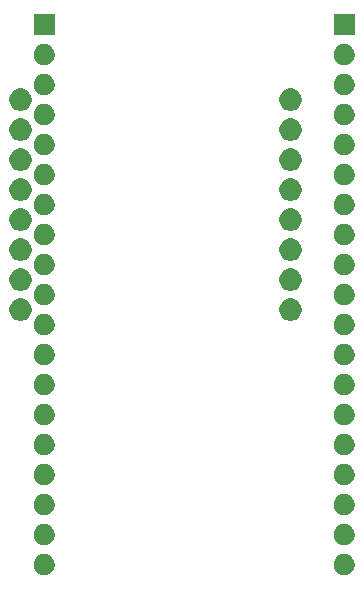
<source format=gbr>
G04 #@! TF.GenerationSoftware,KiCad,Pcbnew,(5.1.5-0-10_14)*
G04 #@! TF.CreationDate,2020-06-17T20:55:43+02:00*
G04 #@! TF.ProjectId,WEMOS_Adapter,57454d4f-535f-4416-9461-707465722e6b,rev?*
G04 #@! TF.SameCoordinates,Original*
G04 #@! TF.FileFunction,Soldermask,Top*
G04 #@! TF.FilePolarity,Negative*
%FSLAX46Y46*%
G04 Gerber Fmt 4.6, Leading zero omitted, Abs format (unit mm)*
G04 Created by KiCad (PCBNEW (5.1.5-0-10_14)) date 2020-06-17 20:55:43*
%MOMM*%
%LPD*%
G04 APERTURE LIST*
%ADD10C,0.100000*%
G04 APERTURE END LIST*
D10*
G36*
X71233512Y-75303927D02*
G01*
X71382812Y-75333624D01*
X71546784Y-75401544D01*
X71694354Y-75500147D01*
X71819853Y-75625646D01*
X71918456Y-75773216D01*
X71986376Y-75937188D01*
X72021000Y-76111259D01*
X72021000Y-76288741D01*
X71986376Y-76462812D01*
X71918456Y-76626784D01*
X71819853Y-76774354D01*
X71694354Y-76899853D01*
X71546784Y-76998456D01*
X71382812Y-77066376D01*
X71233512Y-77096073D01*
X71208742Y-77101000D01*
X71031258Y-77101000D01*
X71006488Y-77096073D01*
X70857188Y-77066376D01*
X70693216Y-76998456D01*
X70545646Y-76899853D01*
X70420147Y-76774354D01*
X70321544Y-76626784D01*
X70253624Y-76462812D01*
X70219000Y-76288741D01*
X70219000Y-76111259D01*
X70253624Y-75937188D01*
X70321544Y-75773216D01*
X70420147Y-75625646D01*
X70545646Y-75500147D01*
X70693216Y-75401544D01*
X70857188Y-75333624D01*
X71006488Y-75303927D01*
X71031258Y-75299000D01*
X71208742Y-75299000D01*
X71233512Y-75303927D01*
G37*
G36*
X45833512Y-75303927D02*
G01*
X45982812Y-75333624D01*
X46146784Y-75401544D01*
X46294354Y-75500147D01*
X46419853Y-75625646D01*
X46518456Y-75773216D01*
X46586376Y-75937188D01*
X46621000Y-76111259D01*
X46621000Y-76288741D01*
X46586376Y-76462812D01*
X46518456Y-76626784D01*
X46419853Y-76774354D01*
X46294354Y-76899853D01*
X46146784Y-76998456D01*
X45982812Y-77066376D01*
X45833512Y-77096073D01*
X45808742Y-77101000D01*
X45631258Y-77101000D01*
X45606488Y-77096073D01*
X45457188Y-77066376D01*
X45293216Y-76998456D01*
X45145646Y-76899853D01*
X45020147Y-76774354D01*
X44921544Y-76626784D01*
X44853624Y-76462812D01*
X44819000Y-76288741D01*
X44819000Y-76111259D01*
X44853624Y-75937188D01*
X44921544Y-75773216D01*
X45020147Y-75625646D01*
X45145646Y-75500147D01*
X45293216Y-75401544D01*
X45457188Y-75333624D01*
X45606488Y-75303927D01*
X45631258Y-75299000D01*
X45808742Y-75299000D01*
X45833512Y-75303927D01*
G37*
G36*
X71233512Y-72763927D02*
G01*
X71382812Y-72793624D01*
X71546784Y-72861544D01*
X71694354Y-72960147D01*
X71819853Y-73085646D01*
X71918456Y-73233216D01*
X71986376Y-73397188D01*
X72021000Y-73571259D01*
X72021000Y-73748741D01*
X71986376Y-73922812D01*
X71918456Y-74086784D01*
X71819853Y-74234354D01*
X71694354Y-74359853D01*
X71546784Y-74458456D01*
X71382812Y-74526376D01*
X71233512Y-74556073D01*
X71208742Y-74561000D01*
X71031258Y-74561000D01*
X71006488Y-74556073D01*
X70857188Y-74526376D01*
X70693216Y-74458456D01*
X70545646Y-74359853D01*
X70420147Y-74234354D01*
X70321544Y-74086784D01*
X70253624Y-73922812D01*
X70219000Y-73748741D01*
X70219000Y-73571259D01*
X70253624Y-73397188D01*
X70321544Y-73233216D01*
X70420147Y-73085646D01*
X70545646Y-72960147D01*
X70693216Y-72861544D01*
X70857188Y-72793624D01*
X71006488Y-72763927D01*
X71031258Y-72759000D01*
X71208742Y-72759000D01*
X71233512Y-72763927D01*
G37*
G36*
X45833512Y-72763927D02*
G01*
X45982812Y-72793624D01*
X46146784Y-72861544D01*
X46294354Y-72960147D01*
X46419853Y-73085646D01*
X46518456Y-73233216D01*
X46586376Y-73397188D01*
X46621000Y-73571259D01*
X46621000Y-73748741D01*
X46586376Y-73922812D01*
X46518456Y-74086784D01*
X46419853Y-74234354D01*
X46294354Y-74359853D01*
X46146784Y-74458456D01*
X45982812Y-74526376D01*
X45833512Y-74556073D01*
X45808742Y-74561000D01*
X45631258Y-74561000D01*
X45606488Y-74556073D01*
X45457188Y-74526376D01*
X45293216Y-74458456D01*
X45145646Y-74359853D01*
X45020147Y-74234354D01*
X44921544Y-74086784D01*
X44853624Y-73922812D01*
X44819000Y-73748741D01*
X44819000Y-73571259D01*
X44853624Y-73397188D01*
X44921544Y-73233216D01*
X45020147Y-73085646D01*
X45145646Y-72960147D01*
X45293216Y-72861544D01*
X45457188Y-72793624D01*
X45606488Y-72763927D01*
X45631258Y-72759000D01*
X45808742Y-72759000D01*
X45833512Y-72763927D01*
G37*
G36*
X45833512Y-70223927D02*
G01*
X45982812Y-70253624D01*
X46146784Y-70321544D01*
X46294354Y-70420147D01*
X46419853Y-70545646D01*
X46518456Y-70693216D01*
X46586376Y-70857188D01*
X46621000Y-71031259D01*
X46621000Y-71208741D01*
X46586376Y-71382812D01*
X46518456Y-71546784D01*
X46419853Y-71694354D01*
X46294354Y-71819853D01*
X46146784Y-71918456D01*
X45982812Y-71986376D01*
X45833512Y-72016073D01*
X45808742Y-72021000D01*
X45631258Y-72021000D01*
X45606488Y-72016073D01*
X45457188Y-71986376D01*
X45293216Y-71918456D01*
X45145646Y-71819853D01*
X45020147Y-71694354D01*
X44921544Y-71546784D01*
X44853624Y-71382812D01*
X44819000Y-71208741D01*
X44819000Y-71031259D01*
X44853624Y-70857188D01*
X44921544Y-70693216D01*
X45020147Y-70545646D01*
X45145646Y-70420147D01*
X45293216Y-70321544D01*
X45457188Y-70253624D01*
X45606488Y-70223927D01*
X45631258Y-70219000D01*
X45808742Y-70219000D01*
X45833512Y-70223927D01*
G37*
G36*
X71233512Y-70223927D02*
G01*
X71382812Y-70253624D01*
X71546784Y-70321544D01*
X71694354Y-70420147D01*
X71819853Y-70545646D01*
X71918456Y-70693216D01*
X71986376Y-70857188D01*
X72021000Y-71031259D01*
X72021000Y-71208741D01*
X71986376Y-71382812D01*
X71918456Y-71546784D01*
X71819853Y-71694354D01*
X71694354Y-71819853D01*
X71546784Y-71918456D01*
X71382812Y-71986376D01*
X71233512Y-72016073D01*
X71208742Y-72021000D01*
X71031258Y-72021000D01*
X71006488Y-72016073D01*
X70857188Y-71986376D01*
X70693216Y-71918456D01*
X70545646Y-71819853D01*
X70420147Y-71694354D01*
X70321544Y-71546784D01*
X70253624Y-71382812D01*
X70219000Y-71208741D01*
X70219000Y-71031259D01*
X70253624Y-70857188D01*
X70321544Y-70693216D01*
X70420147Y-70545646D01*
X70545646Y-70420147D01*
X70693216Y-70321544D01*
X70857188Y-70253624D01*
X71006488Y-70223927D01*
X71031258Y-70219000D01*
X71208742Y-70219000D01*
X71233512Y-70223927D01*
G37*
G36*
X45833512Y-67683927D02*
G01*
X45982812Y-67713624D01*
X46146784Y-67781544D01*
X46294354Y-67880147D01*
X46419853Y-68005646D01*
X46518456Y-68153216D01*
X46586376Y-68317188D01*
X46621000Y-68491259D01*
X46621000Y-68668741D01*
X46586376Y-68842812D01*
X46518456Y-69006784D01*
X46419853Y-69154354D01*
X46294354Y-69279853D01*
X46146784Y-69378456D01*
X45982812Y-69446376D01*
X45833512Y-69476073D01*
X45808742Y-69481000D01*
X45631258Y-69481000D01*
X45606488Y-69476073D01*
X45457188Y-69446376D01*
X45293216Y-69378456D01*
X45145646Y-69279853D01*
X45020147Y-69154354D01*
X44921544Y-69006784D01*
X44853624Y-68842812D01*
X44819000Y-68668741D01*
X44819000Y-68491259D01*
X44853624Y-68317188D01*
X44921544Y-68153216D01*
X45020147Y-68005646D01*
X45145646Y-67880147D01*
X45293216Y-67781544D01*
X45457188Y-67713624D01*
X45606488Y-67683927D01*
X45631258Y-67679000D01*
X45808742Y-67679000D01*
X45833512Y-67683927D01*
G37*
G36*
X71233512Y-67683927D02*
G01*
X71382812Y-67713624D01*
X71546784Y-67781544D01*
X71694354Y-67880147D01*
X71819853Y-68005646D01*
X71918456Y-68153216D01*
X71986376Y-68317188D01*
X72021000Y-68491259D01*
X72021000Y-68668741D01*
X71986376Y-68842812D01*
X71918456Y-69006784D01*
X71819853Y-69154354D01*
X71694354Y-69279853D01*
X71546784Y-69378456D01*
X71382812Y-69446376D01*
X71233512Y-69476073D01*
X71208742Y-69481000D01*
X71031258Y-69481000D01*
X71006488Y-69476073D01*
X70857188Y-69446376D01*
X70693216Y-69378456D01*
X70545646Y-69279853D01*
X70420147Y-69154354D01*
X70321544Y-69006784D01*
X70253624Y-68842812D01*
X70219000Y-68668741D01*
X70219000Y-68491259D01*
X70253624Y-68317188D01*
X70321544Y-68153216D01*
X70420147Y-68005646D01*
X70545646Y-67880147D01*
X70693216Y-67781544D01*
X70857188Y-67713624D01*
X71006488Y-67683927D01*
X71031258Y-67679000D01*
X71208742Y-67679000D01*
X71233512Y-67683927D01*
G37*
G36*
X45833512Y-65143927D02*
G01*
X45982812Y-65173624D01*
X46146784Y-65241544D01*
X46294354Y-65340147D01*
X46419853Y-65465646D01*
X46518456Y-65613216D01*
X46586376Y-65777188D01*
X46621000Y-65951259D01*
X46621000Y-66128741D01*
X46586376Y-66302812D01*
X46518456Y-66466784D01*
X46419853Y-66614354D01*
X46294354Y-66739853D01*
X46146784Y-66838456D01*
X45982812Y-66906376D01*
X45833512Y-66936073D01*
X45808742Y-66941000D01*
X45631258Y-66941000D01*
X45606488Y-66936073D01*
X45457188Y-66906376D01*
X45293216Y-66838456D01*
X45145646Y-66739853D01*
X45020147Y-66614354D01*
X44921544Y-66466784D01*
X44853624Y-66302812D01*
X44819000Y-66128741D01*
X44819000Y-65951259D01*
X44853624Y-65777188D01*
X44921544Y-65613216D01*
X45020147Y-65465646D01*
X45145646Y-65340147D01*
X45293216Y-65241544D01*
X45457188Y-65173624D01*
X45606488Y-65143927D01*
X45631258Y-65139000D01*
X45808742Y-65139000D01*
X45833512Y-65143927D01*
G37*
G36*
X71233512Y-65143927D02*
G01*
X71382812Y-65173624D01*
X71546784Y-65241544D01*
X71694354Y-65340147D01*
X71819853Y-65465646D01*
X71918456Y-65613216D01*
X71986376Y-65777188D01*
X72021000Y-65951259D01*
X72021000Y-66128741D01*
X71986376Y-66302812D01*
X71918456Y-66466784D01*
X71819853Y-66614354D01*
X71694354Y-66739853D01*
X71546784Y-66838456D01*
X71382812Y-66906376D01*
X71233512Y-66936073D01*
X71208742Y-66941000D01*
X71031258Y-66941000D01*
X71006488Y-66936073D01*
X70857188Y-66906376D01*
X70693216Y-66838456D01*
X70545646Y-66739853D01*
X70420147Y-66614354D01*
X70321544Y-66466784D01*
X70253624Y-66302812D01*
X70219000Y-66128741D01*
X70219000Y-65951259D01*
X70253624Y-65777188D01*
X70321544Y-65613216D01*
X70420147Y-65465646D01*
X70545646Y-65340147D01*
X70693216Y-65241544D01*
X70857188Y-65173624D01*
X71006488Y-65143927D01*
X71031258Y-65139000D01*
X71208742Y-65139000D01*
X71233512Y-65143927D01*
G37*
G36*
X45833512Y-62603927D02*
G01*
X45982812Y-62633624D01*
X46146784Y-62701544D01*
X46294354Y-62800147D01*
X46419853Y-62925646D01*
X46518456Y-63073216D01*
X46586376Y-63237188D01*
X46621000Y-63411259D01*
X46621000Y-63588741D01*
X46586376Y-63762812D01*
X46518456Y-63926784D01*
X46419853Y-64074354D01*
X46294354Y-64199853D01*
X46146784Y-64298456D01*
X45982812Y-64366376D01*
X45833512Y-64396073D01*
X45808742Y-64401000D01*
X45631258Y-64401000D01*
X45606488Y-64396073D01*
X45457188Y-64366376D01*
X45293216Y-64298456D01*
X45145646Y-64199853D01*
X45020147Y-64074354D01*
X44921544Y-63926784D01*
X44853624Y-63762812D01*
X44819000Y-63588741D01*
X44819000Y-63411259D01*
X44853624Y-63237188D01*
X44921544Y-63073216D01*
X45020147Y-62925646D01*
X45145646Y-62800147D01*
X45293216Y-62701544D01*
X45457188Y-62633624D01*
X45606488Y-62603927D01*
X45631258Y-62599000D01*
X45808742Y-62599000D01*
X45833512Y-62603927D01*
G37*
G36*
X71233512Y-62603927D02*
G01*
X71382812Y-62633624D01*
X71546784Y-62701544D01*
X71694354Y-62800147D01*
X71819853Y-62925646D01*
X71918456Y-63073216D01*
X71986376Y-63237188D01*
X72021000Y-63411259D01*
X72021000Y-63588741D01*
X71986376Y-63762812D01*
X71918456Y-63926784D01*
X71819853Y-64074354D01*
X71694354Y-64199853D01*
X71546784Y-64298456D01*
X71382812Y-64366376D01*
X71233512Y-64396073D01*
X71208742Y-64401000D01*
X71031258Y-64401000D01*
X71006488Y-64396073D01*
X70857188Y-64366376D01*
X70693216Y-64298456D01*
X70545646Y-64199853D01*
X70420147Y-64074354D01*
X70321544Y-63926784D01*
X70253624Y-63762812D01*
X70219000Y-63588741D01*
X70219000Y-63411259D01*
X70253624Y-63237188D01*
X70321544Y-63073216D01*
X70420147Y-62925646D01*
X70545646Y-62800147D01*
X70693216Y-62701544D01*
X70857188Y-62633624D01*
X71006488Y-62603927D01*
X71031258Y-62599000D01*
X71208742Y-62599000D01*
X71233512Y-62603927D01*
G37*
G36*
X45833512Y-60063927D02*
G01*
X45982812Y-60093624D01*
X46146784Y-60161544D01*
X46294354Y-60260147D01*
X46419853Y-60385646D01*
X46518456Y-60533216D01*
X46586376Y-60697188D01*
X46621000Y-60871259D01*
X46621000Y-61048741D01*
X46586376Y-61222812D01*
X46518456Y-61386784D01*
X46419853Y-61534354D01*
X46294354Y-61659853D01*
X46146784Y-61758456D01*
X45982812Y-61826376D01*
X45833512Y-61856073D01*
X45808742Y-61861000D01*
X45631258Y-61861000D01*
X45606488Y-61856073D01*
X45457188Y-61826376D01*
X45293216Y-61758456D01*
X45145646Y-61659853D01*
X45020147Y-61534354D01*
X44921544Y-61386784D01*
X44853624Y-61222812D01*
X44819000Y-61048741D01*
X44819000Y-60871259D01*
X44853624Y-60697188D01*
X44921544Y-60533216D01*
X45020147Y-60385646D01*
X45145646Y-60260147D01*
X45293216Y-60161544D01*
X45457188Y-60093624D01*
X45606488Y-60063927D01*
X45631258Y-60059000D01*
X45808742Y-60059000D01*
X45833512Y-60063927D01*
G37*
G36*
X71233512Y-60063927D02*
G01*
X71382812Y-60093624D01*
X71546784Y-60161544D01*
X71694354Y-60260147D01*
X71819853Y-60385646D01*
X71918456Y-60533216D01*
X71986376Y-60697188D01*
X72021000Y-60871259D01*
X72021000Y-61048741D01*
X71986376Y-61222812D01*
X71918456Y-61386784D01*
X71819853Y-61534354D01*
X71694354Y-61659853D01*
X71546784Y-61758456D01*
X71382812Y-61826376D01*
X71233512Y-61856073D01*
X71208742Y-61861000D01*
X71031258Y-61861000D01*
X71006488Y-61856073D01*
X70857188Y-61826376D01*
X70693216Y-61758456D01*
X70545646Y-61659853D01*
X70420147Y-61534354D01*
X70321544Y-61386784D01*
X70253624Y-61222812D01*
X70219000Y-61048741D01*
X70219000Y-60871259D01*
X70253624Y-60697188D01*
X70321544Y-60533216D01*
X70420147Y-60385646D01*
X70545646Y-60260147D01*
X70693216Y-60161544D01*
X70857188Y-60093624D01*
X71006488Y-60063927D01*
X71031258Y-60059000D01*
X71208742Y-60059000D01*
X71233512Y-60063927D01*
G37*
G36*
X71233512Y-57523927D02*
G01*
X71382812Y-57553624D01*
X71546784Y-57621544D01*
X71694354Y-57720147D01*
X71819853Y-57845646D01*
X71918456Y-57993216D01*
X71986376Y-58157188D01*
X72021000Y-58331259D01*
X72021000Y-58508741D01*
X71986376Y-58682812D01*
X71918456Y-58846784D01*
X71819853Y-58994354D01*
X71694354Y-59119853D01*
X71546784Y-59218456D01*
X71382812Y-59286376D01*
X71233512Y-59316073D01*
X71208742Y-59321000D01*
X71031258Y-59321000D01*
X71006488Y-59316073D01*
X70857188Y-59286376D01*
X70693216Y-59218456D01*
X70545646Y-59119853D01*
X70420147Y-58994354D01*
X70321544Y-58846784D01*
X70253624Y-58682812D01*
X70219000Y-58508741D01*
X70219000Y-58331259D01*
X70253624Y-58157188D01*
X70321544Y-57993216D01*
X70420147Y-57845646D01*
X70545646Y-57720147D01*
X70693216Y-57621544D01*
X70857188Y-57553624D01*
X71006488Y-57523927D01*
X71031258Y-57519000D01*
X71208742Y-57519000D01*
X71233512Y-57523927D01*
G37*
G36*
X45833512Y-57523927D02*
G01*
X45982812Y-57553624D01*
X46146784Y-57621544D01*
X46294354Y-57720147D01*
X46419853Y-57845646D01*
X46518456Y-57993216D01*
X46586376Y-58157188D01*
X46621000Y-58331259D01*
X46621000Y-58508741D01*
X46586376Y-58682812D01*
X46518456Y-58846784D01*
X46419853Y-58994354D01*
X46294354Y-59119853D01*
X46146784Y-59218456D01*
X45982812Y-59286376D01*
X45833512Y-59316073D01*
X45808742Y-59321000D01*
X45631258Y-59321000D01*
X45606488Y-59316073D01*
X45457188Y-59286376D01*
X45293216Y-59218456D01*
X45145646Y-59119853D01*
X45020147Y-58994354D01*
X44921544Y-58846784D01*
X44853624Y-58682812D01*
X44819000Y-58508741D01*
X44819000Y-58331259D01*
X44853624Y-58157188D01*
X44921544Y-57993216D01*
X45020147Y-57845646D01*
X45145646Y-57720147D01*
X45293216Y-57621544D01*
X45457188Y-57553624D01*
X45606488Y-57523927D01*
X45631258Y-57519000D01*
X45808742Y-57519000D01*
X45833512Y-57523927D01*
G37*
G36*
X45833512Y-54983927D02*
G01*
X45982812Y-55013624D01*
X46146784Y-55081544D01*
X46294354Y-55180147D01*
X46419853Y-55305646D01*
X46518456Y-55453216D01*
X46586376Y-55617188D01*
X46621000Y-55791259D01*
X46621000Y-55968741D01*
X46586376Y-56142812D01*
X46518456Y-56306784D01*
X46419853Y-56454354D01*
X46294354Y-56579853D01*
X46146784Y-56678456D01*
X45982812Y-56746376D01*
X45833512Y-56776073D01*
X45808742Y-56781000D01*
X45631258Y-56781000D01*
X45606488Y-56776073D01*
X45457188Y-56746376D01*
X45293216Y-56678456D01*
X45145646Y-56579853D01*
X45020147Y-56454354D01*
X44921544Y-56306784D01*
X44853624Y-56142812D01*
X44819000Y-55968741D01*
X44819000Y-55791259D01*
X44853624Y-55617188D01*
X44921544Y-55453216D01*
X45020147Y-55305646D01*
X45145646Y-55180147D01*
X45293216Y-55081544D01*
X45457188Y-55013624D01*
X45606488Y-54983927D01*
X45631258Y-54979000D01*
X45808742Y-54979000D01*
X45833512Y-54983927D01*
G37*
G36*
X71233512Y-54983927D02*
G01*
X71382812Y-55013624D01*
X71546784Y-55081544D01*
X71694354Y-55180147D01*
X71819853Y-55305646D01*
X71918456Y-55453216D01*
X71986376Y-55617188D01*
X72021000Y-55791259D01*
X72021000Y-55968741D01*
X71986376Y-56142812D01*
X71918456Y-56306784D01*
X71819853Y-56454354D01*
X71694354Y-56579853D01*
X71546784Y-56678456D01*
X71382812Y-56746376D01*
X71233512Y-56776073D01*
X71208742Y-56781000D01*
X71031258Y-56781000D01*
X71006488Y-56776073D01*
X70857188Y-56746376D01*
X70693216Y-56678456D01*
X70545646Y-56579853D01*
X70420147Y-56454354D01*
X70321544Y-56306784D01*
X70253624Y-56142812D01*
X70219000Y-55968741D01*
X70219000Y-55791259D01*
X70253624Y-55617188D01*
X70321544Y-55453216D01*
X70420147Y-55305646D01*
X70545646Y-55180147D01*
X70693216Y-55081544D01*
X70857188Y-55013624D01*
X71006488Y-54983927D01*
X71031258Y-54979000D01*
X71208742Y-54979000D01*
X71233512Y-54983927D01*
G37*
G36*
X43990795Y-53695546D02*
G01*
X44163866Y-53767234D01*
X44163867Y-53767235D01*
X44319627Y-53871310D01*
X44452090Y-54003773D01*
X44452091Y-54003775D01*
X44556166Y-54159534D01*
X44627854Y-54332605D01*
X44664400Y-54516333D01*
X44664400Y-54703667D01*
X44627854Y-54887395D01*
X44556166Y-55060466D01*
X44556165Y-55060467D01*
X44452090Y-55216227D01*
X44319627Y-55348690D01*
X44241218Y-55401081D01*
X44163866Y-55452766D01*
X43990795Y-55524454D01*
X43807067Y-55561000D01*
X43619733Y-55561000D01*
X43436005Y-55524454D01*
X43262934Y-55452766D01*
X43185582Y-55401081D01*
X43107173Y-55348690D01*
X42974710Y-55216227D01*
X42870635Y-55060467D01*
X42870634Y-55060466D01*
X42798946Y-54887395D01*
X42762400Y-54703667D01*
X42762400Y-54516333D01*
X42798946Y-54332605D01*
X42870634Y-54159534D01*
X42974709Y-54003775D01*
X42974710Y-54003773D01*
X43107173Y-53871310D01*
X43262933Y-53767235D01*
X43262934Y-53767234D01*
X43436005Y-53695546D01*
X43619733Y-53659000D01*
X43807067Y-53659000D01*
X43990795Y-53695546D01*
G37*
G36*
X66850795Y-53695546D02*
G01*
X67023866Y-53767234D01*
X67023867Y-53767235D01*
X67179627Y-53871310D01*
X67312090Y-54003773D01*
X67312091Y-54003775D01*
X67416166Y-54159534D01*
X67487854Y-54332605D01*
X67524400Y-54516333D01*
X67524400Y-54703667D01*
X67487854Y-54887395D01*
X67416166Y-55060466D01*
X67416165Y-55060467D01*
X67312090Y-55216227D01*
X67179627Y-55348690D01*
X67101218Y-55401081D01*
X67023866Y-55452766D01*
X66850795Y-55524454D01*
X66667067Y-55561000D01*
X66479733Y-55561000D01*
X66296005Y-55524454D01*
X66122934Y-55452766D01*
X66045582Y-55401081D01*
X65967173Y-55348690D01*
X65834710Y-55216227D01*
X65730635Y-55060467D01*
X65730634Y-55060466D01*
X65658946Y-54887395D01*
X65622400Y-54703667D01*
X65622400Y-54516333D01*
X65658946Y-54332605D01*
X65730634Y-54159534D01*
X65834709Y-54003775D01*
X65834710Y-54003773D01*
X65967173Y-53871310D01*
X66122933Y-53767235D01*
X66122934Y-53767234D01*
X66296005Y-53695546D01*
X66479733Y-53659000D01*
X66667067Y-53659000D01*
X66850795Y-53695546D01*
G37*
G36*
X45833512Y-52443927D02*
G01*
X45982812Y-52473624D01*
X46146784Y-52541544D01*
X46294354Y-52640147D01*
X46419853Y-52765646D01*
X46518456Y-52913216D01*
X46586376Y-53077188D01*
X46621000Y-53251259D01*
X46621000Y-53428741D01*
X46586376Y-53602812D01*
X46518456Y-53766784D01*
X46419853Y-53914354D01*
X46294354Y-54039853D01*
X46146784Y-54138456D01*
X45982812Y-54206376D01*
X45833512Y-54236073D01*
X45808742Y-54241000D01*
X45631258Y-54241000D01*
X45606488Y-54236073D01*
X45457188Y-54206376D01*
X45293216Y-54138456D01*
X45145646Y-54039853D01*
X45020147Y-53914354D01*
X44921544Y-53766784D01*
X44853624Y-53602812D01*
X44819000Y-53428741D01*
X44819000Y-53251259D01*
X44853624Y-53077188D01*
X44921544Y-52913216D01*
X45020147Y-52765646D01*
X45145646Y-52640147D01*
X45293216Y-52541544D01*
X45457188Y-52473624D01*
X45606488Y-52443927D01*
X45631258Y-52439000D01*
X45808742Y-52439000D01*
X45833512Y-52443927D01*
G37*
G36*
X71233512Y-52443927D02*
G01*
X71382812Y-52473624D01*
X71546784Y-52541544D01*
X71694354Y-52640147D01*
X71819853Y-52765646D01*
X71918456Y-52913216D01*
X71986376Y-53077188D01*
X72021000Y-53251259D01*
X72021000Y-53428741D01*
X71986376Y-53602812D01*
X71918456Y-53766784D01*
X71819853Y-53914354D01*
X71694354Y-54039853D01*
X71546784Y-54138456D01*
X71382812Y-54206376D01*
X71233512Y-54236073D01*
X71208742Y-54241000D01*
X71031258Y-54241000D01*
X71006488Y-54236073D01*
X70857188Y-54206376D01*
X70693216Y-54138456D01*
X70545646Y-54039853D01*
X70420147Y-53914354D01*
X70321544Y-53766784D01*
X70253624Y-53602812D01*
X70219000Y-53428741D01*
X70219000Y-53251259D01*
X70253624Y-53077188D01*
X70321544Y-52913216D01*
X70420147Y-52765646D01*
X70545646Y-52640147D01*
X70693216Y-52541544D01*
X70857188Y-52473624D01*
X71006488Y-52443927D01*
X71031258Y-52439000D01*
X71208742Y-52439000D01*
X71233512Y-52443927D01*
G37*
G36*
X43990795Y-51155546D02*
G01*
X44163866Y-51227234D01*
X44163867Y-51227235D01*
X44319627Y-51331310D01*
X44452090Y-51463773D01*
X44452091Y-51463775D01*
X44556166Y-51619534D01*
X44627854Y-51792605D01*
X44664400Y-51976333D01*
X44664400Y-52163667D01*
X44627854Y-52347395D01*
X44556166Y-52520466D01*
X44556165Y-52520467D01*
X44452090Y-52676227D01*
X44319627Y-52808690D01*
X44241218Y-52861081D01*
X44163866Y-52912766D01*
X43990795Y-52984454D01*
X43807067Y-53021000D01*
X43619733Y-53021000D01*
X43436005Y-52984454D01*
X43262934Y-52912766D01*
X43185582Y-52861081D01*
X43107173Y-52808690D01*
X42974710Y-52676227D01*
X42870635Y-52520467D01*
X42870634Y-52520466D01*
X42798946Y-52347395D01*
X42762400Y-52163667D01*
X42762400Y-51976333D01*
X42798946Y-51792605D01*
X42870634Y-51619534D01*
X42974709Y-51463775D01*
X42974710Y-51463773D01*
X43107173Y-51331310D01*
X43262933Y-51227235D01*
X43262934Y-51227234D01*
X43436005Y-51155546D01*
X43619733Y-51119000D01*
X43807067Y-51119000D01*
X43990795Y-51155546D01*
G37*
G36*
X66850795Y-51155546D02*
G01*
X67023866Y-51227234D01*
X67023867Y-51227235D01*
X67179627Y-51331310D01*
X67312090Y-51463773D01*
X67312091Y-51463775D01*
X67416166Y-51619534D01*
X67487854Y-51792605D01*
X67524400Y-51976333D01*
X67524400Y-52163667D01*
X67487854Y-52347395D01*
X67416166Y-52520466D01*
X67416165Y-52520467D01*
X67312090Y-52676227D01*
X67179627Y-52808690D01*
X67101218Y-52861081D01*
X67023866Y-52912766D01*
X66850795Y-52984454D01*
X66667067Y-53021000D01*
X66479733Y-53021000D01*
X66296005Y-52984454D01*
X66122934Y-52912766D01*
X66045582Y-52861081D01*
X65967173Y-52808690D01*
X65834710Y-52676227D01*
X65730635Y-52520467D01*
X65730634Y-52520466D01*
X65658946Y-52347395D01*
X65622400Y-52163667D01*
X65622400Y-51976333D01*
X65658946Y-51792605D01*
X65730634Y-51619534D01*
X65834709Y-51463775D01*
X65834710Y-51463773D01*
X65967173Y-51331310D01*
X66122933Y-51227235D01*
X66122934Y-51227234D01*
X66296005Y-51155546D01*
X66479733Y-51119000D01*
X66667067Y-51119000D01*
X66850795Y-51155546D01*
G37*
G36*
X71233512Y-49903927D02*
G01*
X71382812Y-49933624D01*
X71546784Y-50001544D01*
X71694354Y-50100147D01*
X71819853Y-50225646D01*
X71918456Y-50373216D01*
X71986376Y-50537188D01*
X72021000Y-50711259D01*
X72021000Y-50888741D01*
X71986376Y-51062812D01*
X71918456Y-51226784D01*
X71819853Y-51374354D01*
X71694354Y-51499853D01*
X71546784Y-51598456D01*
X71382812Y-51666376D01*
X71233512Y-51696073D01*
X71208742Y-51701000D01*
X71031258Y-51701000D01*
X71006488Y-51696073D01*
X70857188Y-51666376D01*
X70693216Y-51598456D01*
X70545646Y-51499853D01*
X70420147Y-51374354D01*
X70321544Y-51226784D01*
X70253624Y-51062812D01*
X70219000Y-50888741D01*
X70219000Y-50711259D01*
X70253624Y-50537188D01*
X70321544Y-50373216D01*
X70420147Y-50225646D01*
X70545646Y-50100147D01*
X70693216Y-50001544D01*
X70857188Y-49933624D01*
X71006488Y-49903927D01*
X71031258Y-49899000D01*
X71208742Y-49899000D01*
X71233512Y-49903927D01*
G37*
G36*
X45833512Y-49903927D02*
G01*
X45982812Y-49933624D01*
X46146784Y-50001544D01*
X46294354Y-50100147D01*
X46419853Y-50225646D01*
X46518456Y-50373216D01*
X46586376Y-50537188D01*
X46621000Y-50711259D01*
X46621000Y-50888741D01*
X46586376Y-51062812D01*
X46518456Y-51226784D01*
X46419853Y-51374354D01*
X46294354Y-51499853D01*
X46146784Y-51598456D01*
X45982812Y-51666376D01*
X45833512Y-51696073D01*
X45808742Y-51701000D01*
X45631258Y-51701000D01*
X45606488Y-51696073D01*
X45457188Y-51666376D01*
X45293216Y-51598456D01*
X45145646Y-51499853D01*
X45020147Y-51374354D01*
X44921544Y-51226784D01*
X44853624Y-51062812D01*
X44819000Y-50888741D01*
X44819000Y-50711259D01*
X44853624Y-50537188D01*
X44921544Y-50373216D01*
X45020147Y-50225646D01*
X45145646Y-50100147D01*
X45293216Y-50001544D01*
X45457188Y-49933624D01*
X45606488Y-49903927D01*
X45631258Y-49899000D01*
X45808742Y-49899000D01*
X45833512Y-49903927D01*
G37*
G36*
X43990795Y-48615546D02*
G01*
X44163866Y-48687234D01*
X44163867Y-48687235D01*
X44319627Y-48791310D01*
X44452090Y-48923773D01*
X44452091Y-48923775D01*
X44556166Y-49079534D01*
X44627854Y-49252605D01*
X44664400Y-49436333D01*
X44664400Y-49623667D01*
X44627854Y-49807395D01*
X44556166Y-49980466D01*
X44556165Y-49980467D01*
X44452090Y-50136227D01*
X44319627Y-50268690D01*
X44241218Y-50321081D01*
X44163866Y-50372766D01*
X43990795Y-50444454D01*
X43807067Y-50481000D01*
X43619733Y-50481000D01*
X43436005Y-50444454D01*
X43262934Y-50372766D01*
X43185582Y-50321081D01*
X43107173Y-50268690D01*
X42974710Y-50136227D01*
X42870635Y-49980467D01*
X42870634Y-49980466D01*
X42798946Y-49807395D01*
X42762400Y-49623667D01*
X42762400Y-49436333D01*
X42798946Y-49252605D01*
X42870634Y-49079534D01*
X42974709Y-48923775D01*
X42974710Y-48923773D01*
X43107173Y-48791310D01*
X43262933Y-48687235D01*
X43262934Y-48687234D01*
X43436005Y-48615546D01*
X43619733Y-48579000D01*
X43807067Y-48579000D01*
X43990795Y-48615546D01*
G37*
G36*
X66850795Y-48615546D02*
G01*
X67023866Y-48687234D01*
X67023867Y-48687235D01*
X67179627Y-48791310D01*
X67312090Y-48923773D01*
X67312091Y-48923775D01*
X67416166Y-49079534D01*
X67487854Y-49252605D01*
X67524400Y-49436333D01*
X67524400Y-49623667D01*
X67487854Y-49807395D01*
X67416166Y-49980466D01*
X67416165Y-49980467D01*
X67312090Y-50136227D01*
X67179627Y-50268690D01*
X67101218Y-50321081D01*
X67023866Y-50372766D01*
X66850795Y-50444454D01*
X66667067Y-50481000D01*
X66479733Y-50481000D01*
X66296005Y-50444454D01*
X66122934Y-50372766D01*
X66045582Y-50321081D01*
X65967173Y-50268690D01*
X65834710Y-50136227D01*
X65730635Y-49980467D01*
X65730634Y-49980466D01*
X65658946Y-49807395D01*
X65622400Y-49623667D01*
X65622400Y-49436333D01*
X65658946Y-49252605D01*
X65730634Y-49079534D01*
X65834709Y-48923775D01*
X65834710Y-48923773D01*
X65967173Y-48791310D01*
X66122933Y-48687235D01*
X66122934Y-48687234D01*
X66296005Y-48615546D01*
X66479733Y-48579000D01*
X66667067Y-48579000D01*
X66850795Y-48615546D01*
G37*
G36*
X45833512Y-47363927D02*
G01*
X45982812Y-47393624D01*
X46146784Y-47461544D01*
X46294354Y-47560147D01*
X46419853Y-47685646D01*
X46518456Y-47833216D01*
X46586376Y-47997188D01*
X46621000Y-48171259D01*
X46621000Y-48348741D01*
X46586376Y-48522812D01*
X46518456Y-48686784D01*
X46419853Y-48834354D01*
X46294354Y-48959853D01*
X46146784Y-49058456D01*
X45982812Y-49126376D01*
X45833512Y-49156073D01*
X45808742Y-49161000D01*
X45631258Y-49161000D01*
X45606488Y-49156073D01*
X45457188Y-49126376D01*
X45293216Y-49058456D01*
X45145646Y-48959853D01*
X45020147Y-48834354D01*
X44921544Y-48686784D01*
X44853624Y-48522812D01*
X44819000Y-48348741D01*
X44819000Y-48171259D01*
X44853624Y-47997188D01*
X44921544Y-47833216D01*
X45020147Y-47685646D01*
X45145646Y-47560147D01*
X45293216Y-47461544D01*
X45457188Y-47393624D01*
X45606488Y-47363927D01*
X45631258Y-47359000D01*
X45808742Y-47359000D01*
X45833512Y-47363927D01*
G37*
G36*
X71233512Y-47363927D02*
G01*
X71382812Y-47393624D01*
X71546784Y-47461544D01*
X71694354Y-47560147D01*
X71819853Y-47685646D01*
X71918456Y-47833216D01*
X71986376Y-47997188D01*
X72021000Y-48171259D01*
X72021000Y-48348741D01*
X71986376Y-48522812D01*
X71918456Y-48686784D01*
X71819853Y-48834354D01*
X71694354Y-48959853D01*
X71546784Y-49058456D01*
X71382812Y-49126376D01*
X71233512Y-49156073D01*
X71208742Y-49161000D01*
X71031258Y-49161000D01*
X71006488Y-49156073D01*
X70857188Y-49126376D01*
X70693216Y-49058456D01*
X70545646Y-48959853D01*
X70420147Y-48834354D01*
X70321544Y-48686784D01*
X70253624Y-48522812D01*
X70219000Y-48348741D01*
X70219000Y-48171259D01*
X70253624Y-47997188D01*
X70321544Y-47833216D01*
X70420147Y-47685646D01*
X70545646Y-47560147D01*
X70693216Y-47461544D01*
X70857188Y-47393624D01*
X71006488Y-47363927D01*
X71031258Y-47359000D01*
X71208742Y-47359000D01*
X71233512Y-47363927D01*
G37*
G36*
X66850795Y-46075546D02*
G01*
X67023866Y-46147234D01*
X67023867Y-46147235D01*
X67179627Y-46251310D01*
X67312090Y-46383773D01*
X67312091Y-46383775D01*
X67416166Y-46539534D01*
X67487854Y-46712605D01*
X67524400Y-46896333D01*
X67524400Y-47083667D01*
X67487854Y-47267395D01*
X67416166Y-47440466D01*
X67416165Y-47440467D01*
X67312090Y-47596227D01*
X67179627Y-47728690D01*
X67101218Y-47781081D01*
X67023866Y-47832766D01*
X66850795Y-47904454D01*
X66667067Y-47941000D01*
X66479733Y-47941000D01*
X66296005Y-47904454D01*
X66122934Y-47832766D01*
X66045582Y-47781081D01*
X65967173Y-47728690D01*
X65834710Y-47596227D01*
X65730635Y-47440467D01*
X65730634Y-47440466D01*
X65658946Y-47267395D01*
X65622400Y-47083667D01*
X65622400Y-46896333D01*
X65658946Y-46712605D01*
X65730634Y-46539534D01*
X65834709Y-46383775D01*
X65834710Y-46383773D01*
X65967173Y-46251310D01*
X66122933Y-46147235D01*
X66122934Y-46147234D01*
X66296005Y-46075546D01*
X66479733Y-46039000D01*
X66667067Y-46039000D01*
X66850795Y-46075546D01*
G37*
G36*
X43990795Y-46075546D02*
G01*
X44163866Y-46147234D01*
X44163867Y-46147235D01*
X44319627Y-46251310D01*
X44452090Y-46383773D01*
X44452091Y-46383775D01*
X44556166Y-46539534D01*
X44627854Y-46712605D01*
X44664400Y-46896333D01*
X44664400Y-47083667D01*
X44627854Y-47267395D01*
X44556166Y-47440466D01*
X44556165Y-47440467D01*
X44452090Y-47596227D01*
X44319627Y-47728690D01*
X44241218Y-47781081D01*
X44163866Y-47832766D01*
X43990795Y-47904454D01*
X43807067Y-47941000D01*
X43619733Y-47941000D01*
X43436005Y-47904454D01*
X43262934Y-47832766D01*
X43185582Y-47781081D01*
X43107173Y-47728690D01*
X42974710Y-47596227D01*
X42870635Y-47440467D01*
X42870634Y-47440466D01*
X42798946Y-47267395D01*
X42762400Y-47083667D01*
X42762400Y-46896333D01*
X42798946Y-46712605D01*
X42870634Y-46539534D01*
X42974709Y-46383775D01*
X42974710Y-46383773D01*
X43107173Y-46251310D01*
X43262933Y-46147235D01*
X43262934Y-46147234D01*
X43436005Y-46075546D01*
X43619733Y-46039000D01*
X43807067Y-46039000D01*
X43990795Y-46075546D01*
G37*
G36*
X45833512Y-44823927D02*
G01*
X45982812Y-44853624D01*
X46146784Y-44921544D01*
X46294354Y-45020147D01*
X46419853Y-45145646D01*
X46518456Y-45293216D01*
X46586376Y-45457188D01*
X46621000Y-45631259D01*
X46621000Y-45808741D01*
X46586376Y-45982812D01*
X46518456Y-46146784D01*
X46419853Y-46294354D01*
X46294354Y-46419853D01*
X46146784Y-46518456D01*
X45982812Y-46586376D01*
X45833512Y-46616073D01*
X45808742Y-46621000D01*
X45631258Y-46621000D01*
X45606488Y-46616073D01*
X45457188Y-46586376D01*
X45293216Y-46518456D01*
X45145646Y-46419853D01*
X45020147Y-46294354D01*
X44921544Y-46146784D01*
X44853624Y-45982812D01*
X44819000Y-45808741D01*
X44819000Y-45631259D01*
X44853624Y-45457188D01*
X44921544Y-45293216D01*
X45020147Y-45145646D01*
X45145646Y-45020147D01*
X45293216Y-44921544D01*
X45457188Y-44853624D01*
X45606488Y-44823927D01*
X45631258Y-44819000D01*
X45808742Y-44819000D01*
X45833512Y-44823927D01*
G37*
G36*
X71233512Y-44823927D02*
G01*
X71382812Y-44853624D01*
X71546784Y-44921544D01*
X71694354Y-45020147D01*
X71819853Y-45145646D01*
X71918456Y-45293216D01*
X71986376Y-45457188D01*
X72021000Y-45631259D01*
X72021000Y-45808741D01*
X71986376Y-45982812D01*
X71918456Y-46146784D01*
X71819853Y-46294354D01*
X71694354Y-46419853D01*
X71546784Y-46518456D01*
X71382812Y-46586376D01*
X71233512Y-46616073D01*
X71208742Y-46621000D01*
X71031258Y-46621000D01*
X71006488Y-46616073D01*
X70857188Y-46586376D01*
X70693216Y-46518456D01*
X70545646Y-46419853D01*
X70420147Y-46294354D01*
X70321544Y-46146784D01*
X70253624Y-45982812D01*
X70219000Y-45808741D01*
X70219000Y-45631259D01*
X70253624Y-45457188D01*
X70321544Y-45293216D01*
X70420147Y-45145646D01*
X70545646Y-45020147D01*
X70693216Y-44921544D01*
X70857188Y-44853624D01*
X71006488Y-44823927D01*
X71031258Y-44819000D01*
X71208742Y-44819000D01*
X71233512Y-44823927D01*
G37*
G36*
X66850795Y-43535546D02*
G01*
X67023866Y-43607234D01*
X67023867Y-43607235D01*
X67179627Y-43711310D01*
X67312090Y-43843773D01*
X67312091Y-43843775D01*
X67416166Y-43999534D01*
X67487854Y-44172605D01*
X67524400Y-44356333D01*
X67524400Y-44543667D01*
X67487854Y-44727395D01*
X67416166Y-44900466D01*
X67416165Y-44900467D01*
X67312090Y-45056227D01*
X67179627Y-45188690D01*
X67101218Y-45241081D01*
X67023866Y-45292766D01*
X66850795Y-45364454D01*
X66667067Y-45401000D01*
X66479733Y-45401000D01*
X66296005Y-45364454D01*
X66122934Y-45292766D01*
X66045582Y-45241081D01*
X65967173Y-45188690D01*
X65834710Y-45056227D01*
X65730635Y-44900467D01*
X65730634Y-44900466D01*
X65658946Y-44727395D01*
X65622400Y-44543667D01*
X65622400Y-44356333D01*
X65658946Y-44172605D01*
X65730634Y-43999534D01*
X65834709Y-43843775D01*
X65834710Y-43843773D01*
X65967173Y-43711310D01*
X66122933Y-43607235D01*
X66122934Y-43607234D01*
X66296005Y-43535546D01*
X66479733Y-43499000D01*
X66667067Y-43499000D01*
X66850795Y-43535546D01*
G37*
G36*
X43990795Y-43535546D02*
G01*
X44163866Y-43607234D01*
X44163867Y-43607235D01*
X44319627Y-43711310D01*
X44452090Y-43843773D01*
X44452091Y-43843775D01*
X44556166Y-43999534D01*
X44627854Y-44172605D01*
X44664400Y-44356333D01*
X44664400Y-44543667D01*
X44627854Y-44727395D01*
X44556166Y-44900466D01*
X44556165Y-44900467D01*
X44452090Y-45056227D01*
X44319627Y-45188690D01*
X44241218Y-45241081D01*
X44163866Y-45292766D01*
X43990795Y-45364454D01*
X43807067Y-45401000D01*
X43619733Y-45401000D01*
X43436005Y-45364454D01*
X43262934Y-45292766D01*
X43185582Y-45241081D01*
X43107173Y-45188690D01*
X42974710Y-45056227D01*
X42870635Y-44900467D01*
X42870634Y-44900466D01*
X42798946Y-44727395D01*
X42762400Y-44543667D01*
X42762400Y-44356333D01*
X42798946Y-44172605D01*
X42870634Y-43999534D01*
X42974709Y-43843775D01*
X42974710Y-43843773D01*
X43107173Y-43711310D01*
X43262933Y-43607235D01*
X43262934Y-43607234D01*
X43436005Y-43535546D01*
X43619733Y-43499000D01*
X43807067Y-43499000D01*
X43990795Y-43535546D01*
G37*
G36*
X45833512Y-42283927D02*
G01*
X45982812Y-42313624D01*
X46146784Y-42381544D01*
X46294354Y-42480147D01*
X46419853Y-42605646D01*
X46518456Y-42753216D01*
X46586376Y-42917188D01*
X46621000Y-43091259D01*
X46621000Y-43268741D01*
X46586376Y-43442812D01*
X46518456Y-43606784D01*
X46419853Y-43754354D01*
X46294354Y-43879853D01*
X46146784Y-43978456D01*
X45982812Y-44046376D01*
X45833512Y-44076073D01*
X45808742Y-44081000D01*
X45631258Y-44081000D01*
X45606488Y-44076073D01*
X45457188Y-44046376D01*
X45293216Y-43978456D01*
X45145646Y-43879853D01*
X45020147Y-43754354D01*
X44921544Y-43606784D01*
X44853624Y-43442812D01*
X44819000Y-43268741D01*
X44819000Y-43091259D01*
X44853624Y-42917188D01*
X44921544Y-42753216D01*
X45020147Y-42605646D01*
X45145646Y-42480147D01*
X45293216Y-42381544D01*
X45457188Y-42313624D01*
X45606488Y-42283927D01*
X45631258Y-42279000D01*
X45808742Y-42279000D01*
X45833512Y-42283927D01*
G37*
G36*
X71233512Y-42283927D02*
G01*
X71382812Y-42313624D01*
X71546784Y-42381544D01*
X71694354Y-42480147D01*
X71819853Y-42605646D01*
X71918456Y-42753216D01*
X71986376Y-42917188D01*
X72021000Y-43091259D01*
X72021000Y-43268741D01*
X71986376Y-43442812D01*
X71918456Y-43606784D01*
X71819853Y-43754354D01*
X71694354Y-43879853D01*
X71546784Y-43978456D01*
X71382812Y-44046376D01*
X71233512Y-44076073D01*
X71208742Y-44081000D01*
X71031258Y-44081000D01*
X71006488Y-44076073D01*
X70857188Y-44046376D01*
X70693216Y-43978456D01*
X70545646Y-43879853D01*
X70420147Y-43754354D01*
X70321544Y-43606784D01*
X70253624Y-43442812D01*
X70219000Y-43268741D01*
X70219000Y-43091259D01*
X70253624Y-42917188D01*
X70321544Y-42753216D01*
X70420147Y-42605646D01*
X70545646Y-42480147D01*
X70693216Y-42381544D01*
X70857188Y-42313624D01*
X71006488Y-42283927D01*
X71031258Y-42279000D01*
X71208742Y-42279000D01*
X71233512Y-42283927D01*
G37*
G36*
X43990795Y-40995546D02*
G01*
X44163866Y-41067234D01*
X44163867Y-41067235D01*
X44319627Y-41171310D01*
X44452090Y-41303773D01*
X44452091Y-41303775D01*
X44556166Y-41459534D01*
X44627854Y-41632605D01*
X44664400Y-41816333D01*
X44664400Y-42003667D01*
X44627854Y-42187395D01*
X44556166Y-42360466D01*
X44556165Y-42360467D01*
X44452090Y-42516227D01*
X44319627Y-42648690D01*
X44241218Y-42701081D01*
X44163866Y-42752766D01*
X43990795Y-42824454D01*
X43807067Y-42861000D01*
X43619733Y-42861000D01*
X43436005Y-42824454D01*
X43262934Y-42752766D01*
X43185582Y-42701081D01*
X43107173Y-42648690D01*
X42974710Y-42516227D01*
X42870635Y-42360467D01*
X42870634Y-42360466D01*
X42798946Y-42187395D01*
X42762400Y-42003667D01*
X42762400Y-41816333D01*
X42798946Y-41632605D01*
X42870634Y-41459534D01*
X42974709Y-41303775D01*
X42974710Y-41303773D01*
X43107173Y-41171310D01*
X43262933Y-41067235D01*
X43262934Y-41067234D01*
X43436005Y-40995546D01*
X43619733Y-40959000D01*
X43807067Y-40959000D01*
X43990795Y-40995546D01*
G37*
G36*
X66850795Y-40995546D02*
G01*
X67023866Y-41067234D01*
X67023867Y-41067235D01*
X67179627Y-41171310D01*
X67312090Y-41303773D01*
X67312091Y-41303775D01*
X67416166Y-41459534D01*
X67487854Y-41632605D01*
X67524400Y-41816333D01*
X67524400Y-42003667D01*
X67487854Y-42187395D01*
X67416166Y-42360466D01*
X67416165Y-42360467D01*
X67312090Y-42516227D01*
X67179627Y-42648690D01*
X67101218Y-42701081D01*
X67023866Y-42752766D01*
X66850795Y-42824454D01*
X66667067Y-42861000D01*
X66479733Y-42861000D01*
X66296005Y-42824454D01*
X66122934Y-42752766D01*
X66045582Y-42701081D01*
X65967173Y-42648690D01*
X65834710Y-42516227D01*
X65730635Y-42360467D01*
X65730634Y-42360466D01*
X65658946Y-42187395D01*
X65622400Y-42003667D01*
X65622400Y-41816333D01*
X65658946Y-41632605D01*
X65730634Y-41459534D01*
X65834709Y-41303775D01*
X65834710Y-41303773D01*
X65967173Y-41171310D01*
X66122933Y-41067235D01*
X66122934Y-41067234D01*
X66296005Y-40995546D01*
X66479733Y-40959000D01*
X66667067Y-40959000D01*
X66850795Y-40995546D01*
G37*
G36*
X45833512Y-39743927D02*
G01*
X45982812Y-39773624D01*
X46146784Y-39841544D01*
X46294354Y-39940147D01*
X46419853Y-40065646D01*
X46518456Y-40213216D01*
X46586376Y-40377188D01*
X46621000Y-40551259D01*
X46621000Y-40728741D01*
X46586376Y-40902812D01*
X46518456Y-41066784D01*
X46419853Y-41214354D01*
X46294354Y-41339853D01*
X46146784Y-41438456D01*
X45982812Y-41506376D01*
X45833512Y-41536073D01*
X45808742Y-41541000D01*
X45631258Y-41541000D01*
X45606488Y-41536073D01*
X45457188Y-41506376D01*
X45293216Y-41438456D01*
X45145646Y-41339853D01*
X45020147Y-41214354D01*
X44921544Y-41066784D01*
X44853624Y-40902812D01*
X44819000Y-40728741D01*
X44819000Y-40551259D01*
X44853624Y-40377188D01*
X44921544Y-40213216D01*
X45020147Y-40065646D01*
X45145646Y-39940147D01*
X45293216Y-39841544D01*
X45457188Y-39773624D01*
X45606488Y-39743927D01*
X45631258Y-39739000D01*
X45808742Y-39739000D01*
X45833512Y-39743927D01*
G37*
G36*
X71233512Y-39743927D02*
G01*
X71382812Y-39773624D01*
X71546784Y-39841544D01*
X71694354Y-39940147D01*
X71819853Y-40065646D01*
X71918456Y-40213216D01*
X71986376Y-40377188D01*
X72021000Y-40551259D01*
X72021000Y-40728741D01*
X71986376Y-40902812D01*
X71918456Y-41066784D01*
X71819853Y-41214354D01*
X71694354Y-41339853D01*
X71546784Y-41438456D01*
X71382812Y-41506376D01*
X71233512Y-41536073D01*
X71208742Y-41541000D01*
X71031258Y-41541000D01*
X71006488Y-41536073D01*
X70857188Y-41506376D01*
X70693216Y-41438456D01*
X70545646Y-41339853D01*
X70420147Y-41214354D01*
X70321544Y-41066784D01*
X70253624Y-40902812D01*
X70219000Y-40728741D01*
X70219000Y-40551259D01*
X70253624Y-40377188D01*
X70321544Y-40213216D01*
X70420147Y-40065646D01*
X70545646Y-39940147D01*
X70693216Y-39841544D01*
X70857188Y-39773624D01*
X71006488Y-39743927D01*
X71031258Y-39739000D01*
X71208742Y-39739000D01*
X71233512Y-39743927D01*
G37*
G36*
X43990795Y-38455546D02*
G01*
X44163866Y-38527234D01*
X44163867Y-38527235D01*
X44319627Y-38631310D01*
X44452090Y-38763773D01*
X44452091Y-38763775D01*
X44556166Y-38919534D01*
X44627854Y-39092605D01*
X44664400Y-39276333D01*
X44664400Y-39463667D01*
X44627854Y-39647395D01*
X44556166Y-39820466D01*
X44556165Y-39820467D01*
X44452090Y-39976227D01*
X44319627Y-40108690D01*
X44241218Y-40161081D01*
X44163866Y-40212766D01*
X43990795Y-40284454D01*
X43807067Y-40321000D01*
X43619733Y-40321000D01*
X43436005Y-40284454D01*
X43262934Y-40212766D01*
X43185582Y-40161081D01*
X43107173Y-40108690D01*
X42974710Y-39976227D01*
X42870635Y-39820467D01*
X42870634Y-39820466D01*
X42798946Y-39647395D01*
X42762400Y-39463667D01*
X42762400Y-39276333D01*
X42798946Y-39092605D01*
X42870634Y-38919534D01*
X42974709Y-38763775D01*
X42974710Y-38763773D01*
X43107173Y-38631310D01*
X43262933Y-38527235D01*
X43262934Y-38527234D01*
X43436005Y-38455546D01*
X43619733Y-38419000D01*
X43807067Y-38419000D01*
X43990795Y-38455546D01*
G37*
G36*
X66850795Y-38455546D02*
G01*
X67023866Y-38527234D01*
X67023867Y-38527235D01*
X67179627Y-38631310D01*
X67312090Y-38763773D01*
X67312091Y-38763775D01*
X67416166Y-38919534D01*
X67487854Y-39092605D01*
X67524400Y-39276333D01*
X67524400Y-39463667D01*
X67487854Y-39647395D01*
X67416166Y-39820466D01*
X67416165Y-39820467D01*
X67312090Y-39976227D01*
X67179627Y-40108690D01*
X67101218Y-40161081D01*
X67023866Y-40212766D01*
X66850795Y-40284454D01*
X66667067Y-40321000D01*
X66479733Y-40321000D01*
X66296005Y-40284454D01*
X66122934Y-40212766D01*
X66045582Y-40161081D01*
X65967173Y-40108690D01*
X65834710Y-39976227D01*
X65730635Y-39820467D01*
X65730634Y-39820466D01*
X65658946Y-39647395D01*
X65622400Y-39463667D01*
X65622400Y-39276333D01*
X65658946Y-39092605D01*
X65730634Y-38919534D01*
X65834709Y-38763775D01*
X65834710Y-38763773D01*
X65967173Y-38631310D01*
X66122933Y-38527235D01*
X66122934Y-38527234D01*
X66296005Y-38455546D01*
X66479733Y-38419000D01*
X66667067Y-38419000D01*
X66850795Y-38455546D01*
G37*
G36*
X71233512Y-37203927D02*
G01*
X71382812Y-37233624D01*
X71546784Y-37301544D01*
X71694354Y-37400147D01*
X71819853Y-37525646D01*
X71918456Y-37673216D01*
X71986376Y-37837188D01*
X72021000Y-38011259D01*
X72021000Y-38188741D01*
X71986376Y-38362812D01*
X71918456Y-38526784D01*
X71819853Y-38674354D01*
X71694354Y-38799853D01*
X71546784Y-38898456D01*
X71382812Y-38966376D01*
X71233512Y-38996073D01*
X71208742Y-39001000D01*
X71031258Y-39001000D01*
X71006488Y-38996073D01*
X70857188Y-38966376D01*
X70693216Y-38898456D01*
X70545646Y-38799853D01*
X70420147Y-38674354D01*
X70321544Y-38526784D01*
X70253624Y-38362812D01*
X70219000Y-38188741D01*
X70219000Y-38011259D01*
X70253624Y-37837188D01*
X70321544Y-37673216D01*
X70420147Y-37525646D01*
X70545646Y-37400147D01*
X70693216Y-37301544D01*
X70857188Y-37233624D01*
X71006488Y-37203927D01*
X71031258Y-37199000D01*
X71208742Y-37199000D01*
X71233512Y-37203927D01*
G37*
G36*
X45833512Y-37203927D02*
G01*
X45982812Y-37233624D01*
X46146784Y-37301544D01*
X46294354Y-37400147D01*
X46419853Y-37525646D01*
X46518456Y-37673216D01*
X46586376Y-37837188D01*
X46621000Y-38011259D01*
X46621000Y-38188741D01*
X46586376Y-38362812D01*
X46518456Y-38526784D01*
X46419853Y-38674354D01*
X46294354Y-38799853D01*
X46146784Y-38898456D01*
X45982812Y-38966376D01*
X45833512Y-38996073D01*
X45808742Y-39001000D01*
X45631258Y-39001000D01*
X45606488Y-38996073D01*
X45457188Y-38966376D01*
X45293216Y-38898456D01*
X45145646Y-38799853D01*
X45020147Y-38674354D01*
X44921544Y-38526784D01*
X44853624Y-38362812D01*
X44819000Y-38188741D01*
X44819000Y-38011259D01*
X44853624Y-37837188D01*
X44921544Y-37673216D01*
X45020147Y-37525646D01*
X45145646Y-37400147D01*
X45293216Y-37301544D01*
X45457188Y-37233624D01*
X45606488Y-37203927D01*
X45631258Y-37199000D01*
X45808742Y-37199000D01*
X45833512Y-37203927D01*
G37*
G36*
X66850795Y-35915546D02*
G01*
X67023866Y-35987234D01*
X67023867Y-35987235D01*
X67179627Y-36091310D01*
X67312090Y-36223773D01*
X67312091Y-36223775D01*
X67416166Y-36379534D01*
X67487854Y-36552605D01*
X67524400Y-36736333D01*
X67524400Y-36923667D01*
X67487854Y-37107395D01*
X67416166Y-37280466D01*
X67416165Y-37280467D01*
X67312090Y-37436227D01*
X67179627Y-37568690D01*
X67101218Y-37621081D01*
X67023866Y-37672766D01*
X66850795Y-37744454D01*
X66667067Y-37781000D01*
X66479733Y-37781000D01*
X66296005Y-37744454D01*
X66122934Y-37672766D01*
X66045582Y-37621081D01*
X65967173Y-37568690D01*
X65834710Y-37436227D01*
X65730635Y-37280467D01*
X65730634Y-37280466D01*
X65658946Y-37107395D01*
X65622400Y-36923667D01*
X65622400Y-36736333D01*
X65658946Y-36552605D01*
X65730634Y-36379534D01*
X65834709Y-36223775D01*
X65834710Y-36223773D01*
X65967173Y-36091310D01*
X66122933Y-35987235D01*
X66122934Y-35987234D01*
X66296005Y-35915546D01*
X66479733Y-35879000D01*
X66667067Y-35879000D01*
X66850795Y-35915546D01*
G37*
G36*
X43990795Y-35915546D02*
G01*
X44163866Y-35987234D01*
X44163867Y-35987235D01*
X44319627Y-36091310D01*
X44452090Y-36223773D01*
X44452091Y-36223775D01*
X44556166Y-36379534D01*
X44627854Y-36552605D01*
X44664400Y-36736333D01*
X44664400Y-36923667D01*
X44627854Y-37107395D01*
X44556166Y-37280466D01*
X44556165Y-37280467D01*
X44452090Y-37436227D01*
X44319627Y-37568690D01*
X44241218Y-37621081D01*
X44163866Y-37672766D01*
X43990795Y-37744454D01*
X43807067Y-37781000D01*
X43619733Y-37781000D01*
X43436005Y-37744454D01*
X43262934Y-37672766D01*
X43185582Y-37621081D01*
X43107173Y-37568690D01*
X42974710Y-37436227D01*
X42870635Y-37280467D01*
X42870634Y-37280466D01*
X42798946Y-37107395D01*
X42762400Y-36923667D01*
X42762400Y-36736333D01*
X42798946Y-36552605D01*
X42870634Y-36379534D01*
X42974709Y-36223775D01*
X42974710Y-36223773D01*
X43107173Y-36091310D01*
X43262933Y-35987235D01*
X43262934Y-35987234D01*
X43436005Y-35915546D01*
X43619733Y-35879000D01*
X43807067Y-35879000D01*
X43990795Y-35915546D01*
G37*
G36*
X71233512Y-34663927D02*
G01*
X71382812Y-34693624D01*
X71546784Y-34761544D01*
X71694354Y-34860147D01*
X71819853Y-34985646D01*
X71918456Y-35133216D01*
X71986376Y-35297188D01*
X72021000Y-35471259D01*
X72021000Y-35648741D01*
X71986376Y-35822812D01*
X71918456Y-35986784D01*
X71819853Y-36134354D01*
X71694354Y-36259853D01*
X71546784Y-36358456D01*
X71382812Y-36426376D01*
X71233512Y-36456073D01*
X71208742Y-36461000D01*
X71031258Y-36461000D01*
X71006488Y-36456073D01*
X70857188Y-36426376D01*
X70693216Y-36358456D01*
X70545646Y-36259853D01*
X70420147Y-36134354D01*
X70321544Y-35986784D01*
X70253624Y-35822812D01*
X70219000Y-35648741D01*
X70219000Y-35471259D01*
X70253624Y-35297188D01*
X70321544Y-35133216D01*
X70420147Y-34985646D01*
X70545646Y-34860147D01*
X70693216Y-34761544D01*
X70857188Y-34693624D01*
X71006488Y-34663927D01*
X71031258Y-34659000D01*
X71208742Y-34659000D01*
X71233512Y-34663927D01*
G37*
G36*
X45833512Y-34663927D02*
G01*
X45982812Y-34693624D01*
X46146784Y-34761544D01*
X46294354Y-34860147D01*
X46419853Y-34985646D01*
X46518456Y-35133216D01*
X46586376Y-35297188D01*
X46621000Y-35471259D01*
X46621000Y-35648741D01*
X46586376Y-35822812D01*
X46518456Y-35986784D01*
X46419853Y-36134354D01*
X46294354Y-36259853D01*
X46146784Y-36358456D01*
X45982812Y-36426376D01*
X45833512Y-36456073D01*
X45808742Y-36461000D01*
X45631258Y-36461000D01*
X45606488Y-36456073D01*
X45457188Y-36426376D01*
X45293216Y-36358456D01*
X45145646Y-36259853D01*
X45020147Y-36134354D01*
X44921544Y-35986784D01*
X44853624Y-35822812D01*
X44819000Y-35648741D01*
X44819000Y-35471259D01*
X44853624Y-35297188D01*
X44921544Y-35133216D01*
X45020147Y-34985646D01*
X45145646Y-34860147D01*
X45293216Y-34761544D01*
X45457188Y-34693624D01*
X45606488Y-34663927D01*
X45631258Y-34659000D01*
X45808742Y-34659000D01*
X45833512Y-34663927D01*
G37*
G36*
X71233512Y-32123927D02*
G01*
X71382812Y-32153624D01*
X71546784Y-32221544D01*
X71694354Y-32320147D01*
X71819853Y-32445646D01*
X71918456Y-32593216D01*
X71986376Y-32757188D01*
X72021000Y-32931259D01*
X72021000Y-33108741D01*
X71986376Y-33282812D01*
X71918456Y-33446784D01*
X71819853Y-33594354D01*
X71694354Y-33719853D01*
X71546784Y-33818456D01*
X71382812Y-33886376D01*
X71233512Y-33916073D01*
X71208742Y-33921000D01*
X71031258Y-33921000D01*
X71006488Y-33916073D01*
X70857188Y-33886376D01*
X70693216Y-33818456D01*
X70545646Y-33719853D01*
X70420147Y-33594354D01*
X70321544Y-33446784D01*
X70253624Y-33282812D01*
X70219000Y-33108741D01*
X70219000Y-32931259D01*
X70253624Y-32757188D01*
X70321544Y-32593216D01*
X70420147Y-32445646D01*
X70545646Y-32320147D01*
X70693216Y-32221544D01*
X70857188Y-32153624D01*
X71006488Y-32123927D01*
X71031258Y-32119000D01*
X71208742Y-32119000D01*
X71233512Y-32123927D01*
G37*
G36*
X45833512Y-32123927D02*
G01*
X45982812Y-32153624D01*
X46146784Y-32221544D01*
X46294354Y-32320147D01*
X46419853Y-32445646D01*
X46518456Y-32593216D01*
X46586376Y-32757188D01*
X46621000Y-32931259D01*
X46621000Y-33108741D01*
X46586376Y-33282812D01*
X46518456Y-33446784D01*
X46419853Y-33594354D01*
X46294354Y-33719853D01*
X46146784Y-33818456D01*
X45982812Y-33886376D01*
X45833512Y-33916073D01*
X45808742Y-33921000D01*
X45631258Y-33921000D01*
X45606488Y-33916073D01*
X45457188Y-33886376D01*
X45293216Y-33818456D01*
X45145646Y-33719853D01*
X45020147Y-33594354D01*
X44921544Y-33446784D01*
X44853624Y-33282812D01*
X44819000Y-33108741D01*
X44819000Y-32931259D01*
X44853624Y-32757188D01*
X44921544Y-32593216D01*
X45020147Y-32445646D01*
X45145646Y-32320147D01*
X45293216Y-32221544D01*
X45457188Y-32153624D01*
X45606488Y-32123927D01*
X45631258Y-32119000D01*
X45808742Y-32119000D01*
X45833512Y-32123927D01*
G37*
G36*
X72021000Y-31381000D02*
G01*
X70219000Y-31381000D01*
X70219000Y-29579000D01*
X72021000Y-29579000D01*
X72021000Y-31381000D01*
G37*
G36*
X46621000Y-31381000D02*
G01*
X44819000Y-31381000D01*
X44819000Y-29579000D01*
X46621000Y-29579000D01*
X46621000Y-31381000D01*
G37*
M02*

</source>
